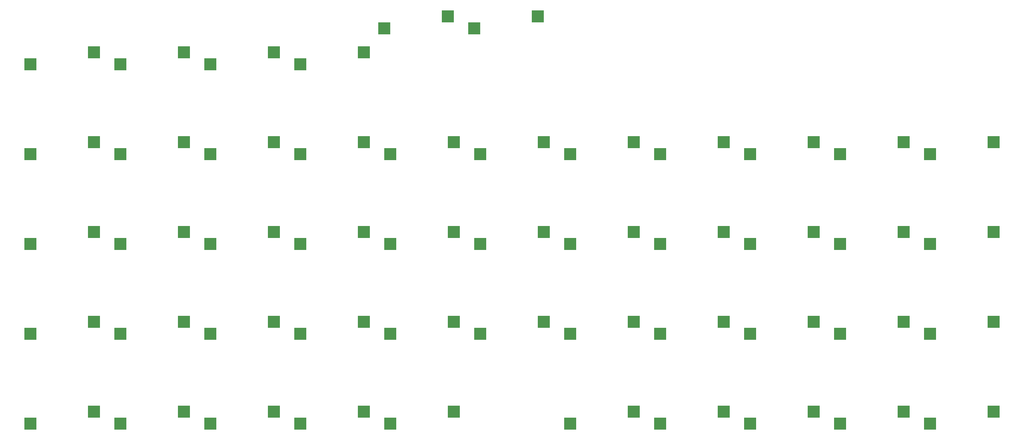
<source format=gbp>
G04 #@! TF.GenerationSoftware,KiCad,Pcbnew,(5.1.10)-1*
G04 #@! TF.CreationDate,2021-10-22T01:42:52-05:00*
G04 #@! TF.ProjectId,DTM,44544d2e-6b69-4636-9164-5f7063625858,rev?*
G04 #@! TF.SameCoordinates,Original*
G04 #@! TF.FileFunction,Paste,Bot*
G04 #@! TF.FilePolarity,Positive*
%FSLAX46Y46*%
G04 Gerber Fmt 4.6, Leading zero omitted, Abs format (unit mm)*
G04 Created by KiCad (PCBNEW (5.1.10)-1) date 2021-10-22 01:42:52*
%MOMM*%
%LPD*%
G01*
G04 APERTURE LIST*
%ADD10R,2.550000X2.500000*%
G04 APERTURE END LIST*
D10*
X76410000Y-52540000D03*
X62960000Y-55080000D03*
X57360000Y-52540000D03*
X43910000Y-55080000D03*
X76410000Y-90640000D03*
X62960000Y-93180000D03*
X247860000Y-128740000D03*
X234410000Y-131280000D03*
X247860000Y-109690000D03*
X234410000Y-112230000D03*
X247860000Y-90640000D03*
X234410000Y-93180000D03*
X247860000Y-71590000D03*
X234410000Y-74130000D03*
X228810000Y-128740000D03*
X215360000Y-131280000D03*
X228810000Y-109690000D03*
X215360000Y-112230000D03*
X228810000Y-90640000D03*
X215360000Y-93180000D03*
X228810000Y-71590000D03*
X215360000Y-74130000D03*
X209760000Y-128740000D03*
X196310000Y-131280000D03*
X209760000Y-109690000D03*
X196310000Y-112230000D03*
X209760000Y-90640000D03*
X196310000Y-93180000D03*
X209760000Y-71590000D03*
X196310000Y-74130000D03*
X190710000Y-128740000D03*
X177260000Y-131280000D03*
X190710000Y-109690000D03*
X177260000Y-112230000D03*
X190710000Y-90640000D03*
X177260000Y-93180000D03*
X190710000Y-71590000D03*
X177260000Y-74130000D03*
X171660000Y-128740000D03*
X158210000Y-131280000D03*
X171660000Y-109690000D03*
X158210000Y-112230000D03*
X171660000Y-90640000D03*
X158210000Y-93180000D03*
X171660000Y-71590000D03*
X158210000Y-74130000D03*
X152610000Y-109690000D03*
X139160000Y-112230000D03*
X152610000Y-90640000D03*
X139160000Y-93180000D03*
X152610000Y-71590000D03*
X139160000Y-74130000D03*
X137890000Y-47460000D03*
X151340000Y-44920000D03*
X133560000Y-128740000D03*
X120110000Y-131280000D03*
X133560000Y-109690000D03*
X120110000Y-112230000D03*
X133560000Y-90640000D03*
X120110000Y-93180000D03*
X133560000Y-71590000D03*
X120110000Y-74130000D03*
X118840000Y-47460000D03*
X132290000Y-44920000D03*
X114510000Y-128740000D03*
X101060000Y-131280000D03*
X114510000Y-109690000D03*
X101060000Y-112230000D03*
X114510000Y-90640000D03*
X101060000Y-93180000D03*
X114510000Y-71590000D03*
X101060000Y-74130000D03*
X114510000Y-52540000D03*
X101060000Y-55080000D03*
X95460000Y-128740000D03*
X82010000Y-131280000D03*
X95460000Y-109690000D03*
X82010000Y-112230000D03*
X95460000Y-90640000D03*
X82010000Y-93180000D03*
X95460000Y-71590000D03*
X82010000Y-74130000D03*
X95460000Y-52540000D03*
X82010000Y-55080000D03*
X76410000Y-128740000D03*
X62960000Y-131280000D03*
X76410000Y-109690000D03*
X62960000Y-112230000D03*
X76410000Y-71590000D03*
X62960000Y-74130000D03*
X57360000Y-128740000D03*
X43910000Y-131280000D03*
X57360000Y-109690000D03*
X43910000Y-112230000D03*
X57360000Y-90640000D03*
X43910000Y-93180000D03*
X57360000Y-71590000D03*
X43910000Y-74130000D03*
M02*

</source>
